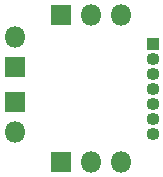
<source format=gbs>
%TF.GenerationSoftware,KiCad,Pcbnew,(5.1.6-0-10_14)*%
%TF.CreationDate,2020-12-19T22:37:24+01:00*%
%TF.ProjectId,ESCv2,45534376-322e-46b6-9963-61645f706362,v0.1*%
%TF.SameCoordinates,Original*%
%TF.FileFunction,Soldermask,Bot*%
%TF.FilePolarity,Negative*%
%FSLAX46Y46*%
G04 Gerber Fmt 4.6, Leading zero omitted, Abs format (unit mm)*
G04 Created by KiCad (PCBNEW (5.1.6-0-10_14)) date 2020-12-19 22:37:24*
%MOMM*%
%LPD*%
G01*
G04 APERTURE LIST*
%ADD10O,1.800000X1.800000*%
%ADD11R,1.800000X1.800000*%
%ADD12O,1.100000X1.100000*%
%ADD13R,1.100000X1.100000*%
G04 APERTURE END LIST*
D10*
%TO.C,Motor1*%
X79040000Y-42480000D03*
X76500000Y-42480000D03*
D11*
X73960000Y-42480000D03*
%TD*%
D12*
%TO.C,J3*%
X81690000Y-40090000D03*
X81690000Y-38820000D03*
X81690000Y-37550000D03*
X81690000Y-36280000D03*
X81690000Y-35010000D03*
X81690000Y-33740000D03*
D13*
X81690000Y-32470000D03*
%TD*%
D10*
%TO.C,J1*%
X70000000Y-39920000D03*
D11*
X70000000Y-37380000D03*
%TD*%
D10*
%TO.C,J5*%
X70000000Y-31920000D03*
D11*
X70000000Y-34460000D03*
%TD*%
D10*
%TO.C,J2*%
X79040000Y-30030000D03*
X76500000Y-30030000D03*
D11*
X73960000Y-30030000D03*
%TD*%
M02*

</source>
